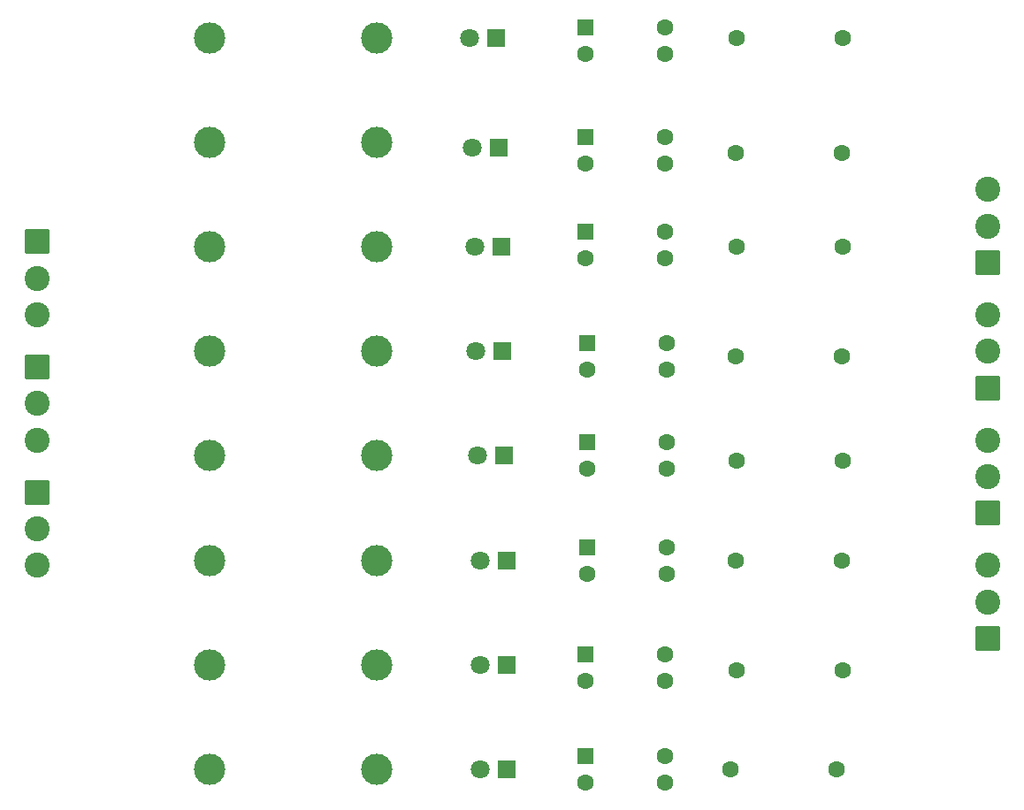
<source format=gbr>
%TF.GenerationSoftware,KiCad,Pcbnew,9.0.4-9.0.4-0~ubuntu24.04.1*%
%TF.CreationDate,2025-09-30T20:45:27-06:00*%
%TF.ProjectId,Interfaz_digital,496e7465-7266-4617-9a5f-646967697461,rev?*%
%TF.SameCoordinates,Original*%
%TF.FileFunction,Soldermask,Top*%
%TF.FilePolarity,Negative*%
%FSLAX46Y46*%
G04 Gerber Fmt 4.6, Leading zero omitted, Abs format (unit mm)*
G04 Created by KiCad (PCBNEW 9.0.4-9.0.4-0~ubuntu24.04.1) date 2025-09-30 20:45:27*
%MOMM*%
%LPD*%
G01*
G04 APERTURE LIST*
G04 Aperture macros list*
%AMRoundRect*
0 Rectangle with rounded corners*
0 $1 Rounding radius*
0 $2 $3 $4 $5 $6 $7 $8 $9 X,Y pos of 4 corners*
0 Add a 4 corners polygon primitive as box body*
4,1,4,$2,$3,$4,$5,$6,$7,$8,$9,$2,$3,0*
0 Add four circle primitives for the rounded corners*
1,1,$1+$1,$2,$3*
1,1,$1+$1,$4,$5*
1,1,$1+$1,$6,$7*
1,1,$1+$1,$8,$9*
0 Add four rect primitives between the rounded corners*
20,1,$1+$1,$2,$3,$4,$5,0*
20,1,$1+$1,$4,$5,$6,$7,0*
20,1,$1+$1,$6,$7,$8,$9,0*
20,1,$1+$1,$8,$9,$2,$3,0*%
G04 Aperture macros list end*
%ADD10R,1.800000X1.800000*%
%ADD11C,1.800000*%
%ADD12RoundRect,0.250000X-0.550000X-0.550000X0.550000X-0.550000X0.550000X0.550000X-0.550000X0.550000X0*%
%ADD13C,1.600000*%
%ADD14C,3.000000*%
%ADD15RoundRect,0.250001X0.949999X-0.949999X0.949999X0.949999X-0.949999X0.949999X-0.949999X-0.949999X0*%
%ADD16C,2.400000*%
%ADD17RoundRect,0.250001X-0.949999X0.949999X-0.949999X-0.949999X0.949999X-0.949999X0.949999X0.949999X0*%
G04 APERTURE END LIST*
D10*
%TO.C,D7*%
X172500000Y-115000000D03*
D11*
X169960000Y-115000000D03*
%TD*%
D12*
%TO.C,U4*%
X180195000Y-84225000D03*
D13*
X180195000Y-86765000D03*
X187815000Y-86765000D03*
X187815000Y-84225000D03*
%TD*%
D12*
%TO.C,U1*%
X180000000Y-53960000D03*
D13*
X180000000Y-56500000D03*
X187620000Y-56500000D03*
X187620000Y-53960000D03*
%TD*%
D10*
%TO.C,D2*%
X171730000Y-65500000D03*
D11*
X169190000Y-65500000D03*
%TD*%
D13*
%TO.C,R6*%
X194420000Y-105000000D03*
X204580000Y-105000000D03*
%TD*%
D14*
%TO.C,J2-1*%
X144000000Y-65000000D03*
%TD*%
%TO.C,J6-1*%
X144000000Y-105000000D03*
%TD*%
D13*
%TO.C,R1*%
X194500000Y-55000000D03*
X204660000Y-55000000D03*
%TD*%
D15*
%TO.C,J9_2*%
X218500000Y-88500000D03*
D16*
X218500000Y-85000000D03*
X218500000Y-81500000D03*
%TD*%
D14*
%TO.C,J7-1*%
X144000000Y-115000000D03*
%TD*%
D10*
%TO.C,D5*%
X172230000Y-95000000D03*
D11*
X169690000Y-95000000D03*
%TD*%
D15*
%TO.C,J9_4*%
X218500000Y-112500000D03*
D16*
X218500000Y-109000000D03*
X218500000Y-105500000D03*
%TD*%
D14*
%TO.C,J8-1*%
X144000000Y-125000000D03*
%TD*%
D13*
%TO.C,R3*%
X194500000Y-75000000D03*
X204660000Y-75000000D03*
%TD*%
%TO.C,R7*%
X194500000Y-115500000D03*
X204660000Y-115500000D03*
%TD*%
%TO.C,R2*%
X194420000Y-66000000D03*
X204580000Y-66000000D03*
%TD*%
D15*
%TO.C,J9_1*%
X218500000Y-76500000D03*
D16*
X218500000Y-73000000D03*
X218500000Y-69500000D03*
%TD*%
D17*
%TO.C,J0_3*%
X127500000Y-98500000D03*
D16*
X127500000Y-102000000D03*
X127500000Y-105500000D03*
%TD*%
D14*
%TO.C,J4-2*%
X160000000Y-85000000D03*
%TD*%
D13*
%TO.C,R5*%
X194500000Y-95500000D03*
X204660000Y-95500000D03*
%TD*%
%TO.C,R4*%
X194420000Y-85500000D03*
X204580000Y-85500000D03*
%TD*%
%TO.C,R8*%
X193920000Y-125000000D03*
X204080000Y-125000000D03*
%TD*%
D17*
%TO.C,J0_1*%
X127500000Y-74500000D03*
D16*
X127500000Y-78000000D03*
X127500000Y-81500000D03*
%TD*%
D12*
%TO.C,U2*%
X180000000Y-64460000D03*
D13*
X180000000Y-67000000D03*
X187620000Y-67000000D03*
X187620000Y-64460000D03*
%TD*%
D14*
%TO.C,J2-2*%
X160000000Y-65000000D03*
%TD*%
D10*
%TO.C,D3*%
X172000000Y-75000000D03*
D11*
X169460000Y-75000000D03*
%TD*%
D14*
%TO.C,J6-2*%
X160000000Y-105000000D03*
%TD*%
D12*
%TO.C,U5*%
X180195000Y-93725000D03*
D13*
X180195000Y-96265000D03*
X187815000Y-96265000D03*
X187815000Y-93725000D03*
%TD*%
D12*
%TO.C,U8*%
X180000000Y-123725000D03*
D13*
X180000000Y-126265000D03*
X187620000Y-126265000D03*
X187620000Y-123725000D03*
%TD*%
D14*
%TO.C,J8-2*%
X160000000Y-125000000D03*
%TD*%
%TO.C,J4-1*%
X144000000Y-85000000D03*
%TD*%
%TO.C,J5-2*%
X160000000Y-95000000D03*
%TD*%
D12*
%TO.C,U7*%
X180000000Y-114000000D03*
D13*
X180000000Y-116540000D03*
X187620000Y-116540000D03*
X187620000Y-114000000D03*
%TD*%
D12*
%TO.C,U3*%
X180000000Y-73500000D03*
D13*
X180000000Y-76040000D03*
X187620000Y-76040000D03*
X187620000Y-73500000D03*
%TD*%
D10*
%TO.C,D4*%
X172040000Y-85000000D03*
D11*
X169500000Y-85000000D03*
%TD*%
D10*
%TO.C,D6*%
X172500000Y-105000000D03*
D11*
X169960000Y-105000000D03*
%TD*%
D14*
%TO.C,J7-2*%
X160000000Y-115000000D03*
%TD*%
D10*
%TO.C,D8*%
X172500000Y-125000000D03*
D11*
X169960000Y-125000000D03*
%TD*%
D17*
%TO.C,J0_2*%
X127500000Y-86500000D03*
D16*
X127500000Y-90000000D03*
X127500000Y-93500000D03*
%TD*%
D15*
%TO.C,J9_3*%
X218500000Y-100500000D03*
D16*
X218500000Y-97000000D03*
X218500000Y-93500000D03*
%TD*%
D10*
%TO.C,D1*%
X171500000Y-55000000D03*
D11*
X168960000Y-55000000D03*
%TD*%
D14*
%TO.C,J5-1*%
X144000000Y-95000000D03*
%TD*%
%TO.C,J1-2*%
X160000000Y-55000000D03*
%TD*%
%TO.C,J3-1*%
X144000000Y-75000000D03*
%TD*%
%TO.C,J1-1*%
X144000000Y-55000000D03*
%TD*%
%TO.C,J3-2*%
X160000000Y-75000000D03*
%TD*%
D12*
%TO.C,U6*%
X180195000Y-103725000D03*
D13*
X180195000Y-106265000D03*
X187815000Y-106265000D03*
X187815000Y-103725000D03*
%TD*%
M02*

</source>
